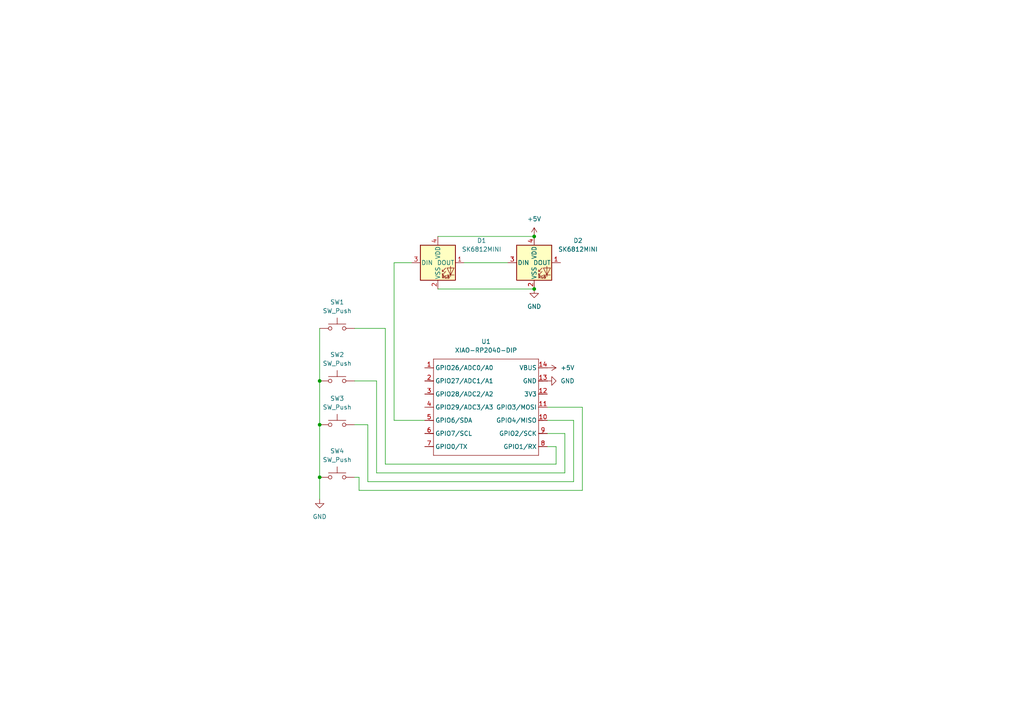
<source format=kicad_sch>
(kicad_sch
	(version 20250114)
	(generator "eeschema")
	(generator_version "9.0")
	(uuid "d7b989e6-2ede-4971-985b-78edada86030")
	(paper "A4")
	(lib_symbols
		(symbol "LED:SK6812MINI"
			(pin_names
				(offset 0.254)
			)
			(exclude_from_sim no)
			(in_bom yes)
			(on_board yes)
			(property "Reference" "D"
				(at 5.08 5.715 0)
				(effects
					(font
						(size 1.27 1.27)
					)
					(justify right bottom)
				)
			)
			(property "Value" "SK6812MINI"
				(at 1.27 -5.715 0)
				(effects
					(font
						(size 1.27 1.27)
					)
					(justify left top)
				)
			)
			(property "Footprint" "LED_SMD:LED_SK6812MINI_PLCC4_3.5x3.5mm_P1.75mm"
				(at 1.27 -7.62 0)
				(effects
					(font
						(size 1.27 1.27)
					)
					(justify left top)
					(hide yes)
				)
			)
			(property "Datasheet" "https://cdn-shop.adafruit.com/product-files/2686/SK6812MINI_REV.01-1-2.pdf"
				(at 2.54 -9.525 0)
				(effects
					(font
						(size 1.27 1.27)
					)
					(justify left top)
					(hide yes)
				)
			)
			(property "Description" "RGB LED with integrated controller"
				(at 0 0 0)
				(effects
					(font
						(size 1.27 1.27)
					)
					(hide yes)
				)
			)
			(property "ki_keywords" "RGB LED NeoPixel Mini addressable"
				(at 0 0 0)
				(effects
					(font
						(size 1.27 1.27)
					)
					(hide yes)
				)
			)
			(property "ki_fp_filters" "LED*SK6812MINI*PLCC*3.5x3.5mm*P1.75mm*"
				(at 0 0 0)
				(effects
					(font
						(size 1.27 1.27)
					)
					(hide yes)
				)
			)
			(symbol "SK6812MINI_0_0"
				(text "RGB"
					(at 2.286 -4.191 0)
					(effects
						(font
							(size 0.762 0.762)
						)
					)
				)
			)
			(symbol "SK6812MINI_0_1"
				(polyline
					(pts
						(xy 1.27 -2.54) (xy 1.778 -2.54)
					)
					(stroke
						(width 0)
						(type default)
					)
					(fill
						(type none)
					)
				)
				(polyline
					(pts
						(xy 1.27 -3.556) (xy 1.778 -3.556)
					)
					(stroke
						(width 0)
						(type default)
					)
					(fill
						(type none)
					)
				)
				(polyline
					(pts
						(xy 2.286 -1.524) (xy 1.27 -2.54) (xy 1.27 -2.032)
					)
					(stroke
						(width 0)
						(type default)
					)
					(fill
						(type none)
					)
				)
				(polyline
					(pts
						(xy 2.286 -2.54) (xy 1.27 -3.556) (xy 1.27 -3.048)
					)
					(stroke
						(width 0)
						(type default)
					)
					(fill
						(type none)
					)
				)
				(polyline
					(pts
						(xy 3.683 -1.016) (xy 3.683 -3.556) (xy 3.683 -4.064)
					)
					(stroke
						(width 0)
						(type default)
					)
					(fill
						(type none)
					)
				)
				(polyline
					(pts
						(xy 4.699 -1.524) (xy 2.667 -1.524) (xy 3.683 -3.556) (xy 4.699 -1.524)
					)
					(stroke
						(width 0)
						(type default)
					)
					(fill
						(type none)
					)
				)
				(polyline
					(pts
						(xy 4.699 -3.556) (xy 2.667 -3.556)
					)
					(stroke
						(width 0)
						(type default)
					)
					(fill
						(type none)
					)
				)
				(rectangle
					(start 5.08 5.08)
					(end -5.08 -5.08)
					(stroke
						(width 0.254)
						(type default)
					)
					(fill
						(type background)
					)
				)
			)
			(symbol "SK6812MINI_1_1"
				(pin input line
					(at -7.62 0 0)
					(length 2.54)
					(name "DIN"
						(effects
							(font
								(size 1.27 1.27)
							)
						)
					)
					(number "3"
						(effects
							(font
								(size 1.27 1.27)
							)
						)
					)
				)
				(pin power_in line
					(at 0 7.62 270)
					(length 2.54)
					(name "VDD"
						(effects
							(font
								(size 1.27 1.27)
							)
						)
					)
					(number "4"
						(effects
							(font
								(size 1.27 1.27)
							)
						)
					)
				)
				(pin power_in line
					(at 0 -7.62 90)
					(length 2.54)
					(name "VSS"
						(effects
							(font
								(size 1.27 1.27)
							)
						)
					)
					(number "2"
						(effects
							(font
								(size 1.27 1.27)
							)
						)
					)
				)
				(pin output line
					(at 7.62 0 180)
					(length 2.54)
					(name "DOUT"
						(effects
							(font
								(size 1.27 1.27)
							)
						)
					)
					(number "1"
						(effects
							(font
								(size 1.27 1.27)
							)
						)
					)
				)
			)
			(embedded_fonts no)
		)
		(symbol "OPL:XIAO-RP2040-DIP"
			(exclude_from_sim no)
			(in_bom yes)
			(on_board yes)
			(property "Reference" "U"
				(at 0 0 0)
				(effects
					(font
						(size 1.27 1.27)
					)
				)
			)
			(property "Value" "XIAO-RP2040-DIP"
				(at 5.334 -1.778 0)
				(effects
					(font
						(size 1.27 1.27)
					)
				)
			)
			(property "Footprint" "Module:MOUDLE14P-XIAO-DIP-SMD"
				(at 14.478 -32.258 0)
				(effects
					(font
						(size 1.27 1.27)
					)
					(hide yes)
				)
			)
			(property "Datasheet" ""
				(at 0 0 0)
				(effects
					(font
						(size 1.27 1.27)
					)
					(hide yes)
				)
			)
			(property "Description" ""
				(at 0 0 0)
				(effects
					(font
						(size 1.27 1.27)
					)
					(hide yes)
				)
			)
			(symbol "XIAO-RP2040-DIP_1_0"
				(polyline
					(pts
						(xy -1.27 -2.54) (xy 29.21 -2.54)
					)
					(stroke
						(width 0.1524)
						(type solid)
					)
					(fill
						(type none)
					)
				)
				(polyline
					(pts
						(xy -1.27 -5.08) (xy -2.54 -5.08)
					)
					(stroke
						(width 0.1524)
						(type solid)
					)
					(fill
						(type none)
					)
				)
				(polyline
					(pts
						(xy -1.27 -5.08) (xy -1.27 -2.54)
					)
					(stroke
						(width 0.1524)
						(type solid)
					)
					(fill
						(type none)
					)
				)
				(polyline
					(pts
						(xy -1.27 -8.89) (xy -2.54 -8.89)
					)
					(stroke
						(width 0.1524)
						(type solid)
					)
					(fill
						(type none)
					)
				)
				(polyline
					(pts
						(xy -1.27 -8.89) (xy -1.27 -5.08)
					)
					(stroke
						(width 0.1524)
						(type solid)
					)
					(fill
						(type none)
					)
				)
				(polyline
					(pts
						(xy -1.27 -12.7) (xy -2.54 -12.7)
					)
					(stroke
						(width 0.1524)
						(type solid)
					)
					(fill
						(type none)
					)
				)
				(polyline
					(pts
						(xy -1.27 -12.7) (xy -1.27 -8.89)
					)
					(stroke
						(width 0.1524)
						(type solid)
					)
					(fill
						(type none)
					)
				)
				(polyline
					(pts
						(xy -1.27 -16.51) (xy -2.54 -16.51)
					)
					(stroke
						(width 0.1524)
						(type solid)
					)
					(fill
						(type none)
					)
				)
				(polyline
					(pts
						(xy -1.27 -16.51) (xy -1.27 -12.7)
					)
					(stroke
						(width 0.1524)
						(type solid)
					)
					(fill
						(type none)
					)
				)
				(polyline
					(pts
						(xy -1.27 -20.32) (xy -2.54 -20.32)
					)
					(stroke
						(width 0.1524)
						(type solid)
					)
					(fill
						(type none)
					)
				)
				(polyline
					(pts
						(xy -1.27 -24.13) (xy -2.54 -24.13)
					)
					(stroke
						(width 0.1524)
						(type solid)
					)
					(fill
						(type none)
					)
				)
				(polyline
					(pts
						(xy -1.27 -27.94) (xy -2.54 -27.94)
					)
					(stroke
						(width 0.1524)
						(type solid)
					)
					(fill
						(type none)
					)
				)
				(polyline
					(pts
						(xy -1.27 -30.48) (xy -1.27 -16.51)
					)
					(stroke
						(width 0.1524)
						(type solid)
					)
					(fill
						(type none)
					)
				)
				(polyline
					(pts
						(xy 29.21 -2.54) (xy 29.21 -5.08)
					)
					(stroke
						(width 0.1524)
						(type solid)
					)
					(fill
						(type none)
					)
				)
				(polyline
					(pts
						(xy 29.21 -5.08) (xy 29.21 -8.89)
					)
					(stroke
						(width 0.1524)
						(type solid)
					)
					(fill
						(type none)
					)
				)
				(polyline
					(pts
						(xy 29.21 -8.89) (xy 29.21 -12.7)
					)
					(stroke
						(width 0.1524)
						(type solid)
					)
					(fill
						(type none)
					)
				)
				(polyline
					(pts
						(xy 29.21 -12.7) (xy 29.21 -30.48)
					)
					(stroke
						(width 0.1524)
						(type solid)
					)
					(fill
						(type none)
					)
				)
				(polyline
					(pts
						(xy 29.21 -30.48) (xy -1.27 -30.48)
					)
					(stroke
						(width 0.1524)
						(type solid)
					)
					(fill
						(type none)
					)
				)
				(polyline
					(pts
						(xy 30.48 -5.08) (xy 29.21 -5.08)
					)
					(stroke
						(width 0.1524)
						(type solid)
					)
					(fill
						(type none)
					)
				)
				(polyline
					(pts
						(xy 30.48 -8.89) (xy 29.21 -8.89)
					)
					(stroke
						(width 0.1524)
						(type solid)
					)
					(fill
						(type none)
					)
				)
				(polyline
					(pts
						(xy 30.48 -12.7) (xy 29.21 -12.7)
					)
					(stroke
						(width 0.1524)
						(type solid)
					)
					(fill
						(type none)
					)
				)
				(polyline
					(pts
						(xy 30.48 -16.51) (xy 29.21 -16.51)
					)
					(stroke
						(width 0.1524)
						(type solid)
					)
					(fill
						(type none)
					)
				)
				(polyline
					(pts
						(xy 30.48 -20.32) (xy 29.21 -20.32)
					)
					(stroke
						(width 0.1524)
						(type solid)
					)
					(fill
						(type none)
					)
				)
				(polyline
					(pts
						(xy 30.48 -24.13) (xy 29.21 -24.13)
					)
					(stroke
						(width 0.1524)
						(type solid)
					)
					(fill
						(type none)
					)
				)
				(polyline
					(pts
						(xy 30.48 -27.94) (xy 29.21 -27.94)
					)
					(stroke
						(width 0.1524)
						(type solid)
					)
					(fill
						(type none)
					)
				)
				(pin passive line
					(at -3.81 -5.08 0)
					(length 2.54)
					(name "GPIO26/ADC0/A0"
						(effects
							(font
								(size 1.27 1.27)
							)
						)
					)
					(number "1"
						(effects
							(font
								(size 1.27 1.27)
							)
						)
					)
				)
				(pin passive line
					(at -3.81 -8.89 0)
					(length 2.54)
					(name "GPIO27/ADC1/A1"
						(effects
							(font
								(size 1.27 1.27)
							)
						)
					)
					(number "2"
						(effects
							(font
								(size 1.27 1.27)
							)
						)
					)
				)
				(pin passive line
					(at -3.81 -12.7 0)
					(length 2.54)
					(name "GPIO28/ADC2/A2"
						(effects
							(font
								(size 1.27 1.27)
							)
						)
					)
					(number "3"
						(effects
							(font
								(size 1.27 1.27)
							)
						)
					)
				)
				(pin passive line
					(at -3.81 -16.51 0)
					(length 2.54)
					(name "GPIO29/ADC3/A3"
						(effects
							(font
								(size 1.27 1.27)
							)
						)
					)
					(number "4"
						(effects
							(font
								(size 1.27 1.27)
							)
						)
					)
				)
				(pin passive line
					(at -3.81 -20.32 0)
					(length 2.54)
					(name "GPIO6/SDA"
						(effects
							(font
								(size 1.27 1.27)
							)
						)
					)
					(number "5"
						(effects
							(font
								(size 1.27 1.27)
							)
						)
					)
				)
				(pin passive line
					(at -3.81 -24.13 0)
					(length 2.54)
					(name "GPIO7/SCL"
						(effects
							(font
								(size 1.27 1.27)
							)
						)
					)
					(number "6"
						(effects
							(font
								(size 1.27 1.27)
							)
						)
					)
				)
				(pin passive line
					(at -3.81 -27.94 0)
					(length 2.54)
					(name "GPIO0/TX"
						(effects
							(font
								(size 1.27 1.27)
							)
						)
					)
					(number "7"
						(effects
							(font
								(size 1.27 1.27)
							)
						)
					)
				)
				(pin passive line
					(at 31.75 -5.08 180)
					(length 2.54)
					(name "VBUS"
						(effects
							(font
								(size 1.27 1.27)
							)
						)
					)
					(number "14"
						(effects
							(font
								(size 1.27 1.27)
							)
						)
					)
				)
				(pin passive line
					(at 31.75 -8.89 180)
					(length 2.54)
					(name "GND"
						(effects
							(font
								(size 1.27 1.27)
							)
						)
					)
					(number "13"
						(effects
							(font
								(size 1.27 1.27)
							)
						)
					)
				)
				(pin passive line
					(at 31.75 -12.7 180)
					(length 2.54)
					(name "3V3"
						(effects
							(font
								(size 1.27 1.27)
							)
						)
					)
					(number "12"
						(effects
							(font
								(size 1.27 1.27)
							)
						)
					)
				)
				(pin passive line
					(at 31.75 -16.51 180)
					(length 2.54)
					(name "GPIO3/MOSI"
						(effects
							(font
								(size 1.27 1.27)
							)
						)
					)
					(number "11"
						(effects
							(font
								(size 1.27 1.27)
							)
						)
					)
				)
				(pin passive line
					(at 31.75 -20.32 180)
					(length 2.54)
					(name "GPIO4/MISO"
						(effects
							(font
								(size 1.27 1.27)
							)
						)
					)
					(number "10"
						(effects
							(font
								(size 1.27 1.27)
							)
						)
					)
				)
				(pin passive line
					(at 31.75 -24.13 180)
					(length 2.54)
					(name "GPIO2/SCK"
						(effects
							(font
								(size 1.27 1.27)
							)
						)
					)
					(number "9"
						(effects
							(font
								(size 1.27 1.27)
							)
						)
					)
				)
				(pin passive line
					(at 31.75 -27.94 180)
					(length 2.54)
					(name "GPIO1/RX"
						(effects
							(font
								(size 1.27 1.27)
							)
						)
					)
					(number "8"
						(effects
							(font
								(size 1.27 1.27)
							)
						)
					)
				)
			)
			(embedded_fonts no)
		)
		(symbol "Switch:SW_Push"
			(pin_numbers
				(hide yes)
			)
			(pin_names
				(offset 1.016)
				(hide yes)
			)
			(exclude_from_sim no)
			(in_bom yes)
			(on_board yes)
			(property "Reference" "SW"
				(at 1.27 2.54 0)
				(effects
					(font
						(size 1.27 1.27)
					)
					(justify left)
				)
			)
			(property "Value" "SW_Push"
				(at 0 -1.524 0)
				(effects
					(font
						(size 1.27 1.27)
					)
				)
			)
			(property "Footprint" ""
				(at 0 5.08 0)
				(effects
					(font
						(size 1.27 1.27)
					)
					(hide yes)
				)
			)
			(property "Datasheet" "~"
				(at 0 5.08 0)
				(effects
					(font
						(size 1.27 1.27)
					)
					(hide yes)
				)
			)
			(property "Description" "Push button switch, generic, two pins"
				(at 0 0 0)
				(effects
					(font
						(size 1.27 1.27)
					)
					(hide yes)
				)
			)
			(property "ki_keywords" "switch normally-open pushbutton push-button"
				(at 0 0 0)
				(effects
					(font
						(size 1.27 1.27)
					)
					(hide yes)
				)
			)
			(symbol "SW_Push_0_1"
				(circle
					(center -2.032 0)
					(radius 0.508)
					(stroke
						(width 0)
						(type default)
					)
					(fill
						(type none)
					)
				)
				(polyline
					(pts
						(xy 0 1.27) (xy 0 3.048)
					)
					(stroke
						(width 0)
						(type default)
					)
					(fill
						(type none)
					)
				)
				(circle
					(center 2.032 0)
					(radius 0.508)
					(stroke
						(width 0)
						(type default)
					)
					(fill
						(type none)
					)
				)
				(polyline
					(pts
						(xy 2.54 1.27) (xy -2.54 1.27)
					)
					(stroke
						(width 0)
						(type default)
					)
					(fill
						(type none)
					)
				)
				(pin passive line
					(at -5.08 0 0)
					(length 2.54)
					(name "1"
						(effects
							(font
								(size 1.27 1.27)
							)
						)
					)
					(number "1"
						(effects
							(font
								(size 1.27 1.27)
							)
						)
					)
				)
				(pin passive line
					(at 5.08 0 180)
					(length 2.54)
					(name "2"
						(effects
							(font
								(size 1.27 1.27)
							)
						)
					)
					(number "2"
						(effects
							(font
								(size 1.27 1.27)
							)
						)
					)
				)
			)
			(embedded_fonts no)
		)
		(symbol "power:+5V"
			(power)
			(pin_numbers
				(hide yes)
			)
			(pin_names
				(offset 0)
				(hide yes)
			)
			(exclude_from_sim no)
			(in_bom yes)
			(on_board yes)
			(property "Reference" "#PWR"
				(at 0 -3.81 0)
				(effects
					(font
						(size 1.27 1.27)
					)
					(hide yes)
				)
			)
			(property "Value" "+5V"
				(at 0 3.556 0)
				(effects
					(font
						(size 1.27 1.27)
					)
				)
			)
			(property "Footprint" ""
				(at 0 0 0)
				(effects
					(font
						(size 1.27 1.27)
					)
					(hide yes)
				)
			)
			(property "Datasheet" ""
				(at 0 0 0)
				(effects
					(font
						(size 1.27 1.27)
					)
					(hide yes)
				)
			)
			(property "Description" "Power symbol creates a global label with name \"+5V\""
				(at 0 0 0)
				(effects
					(font
						(size 1.27 1.27)
					)
					(hide yes)
				)
			)
			(property "ki_keywords" "global power"
				(at 0 0 0)
				(effects
					(font
						(size 1.27 1.27)
					)
					(hide yes)
				)
			)
			(symbol "+5V_0_1"
				(polyline
					(pts
						(xy -0.762 1.27) (xy 0 2.54)
					)
					(stroke
						(width 0)
						(type default)
					)
					(fill
						(type none)
					)
				)
				(polyline
					(pts
						(xy 0 2.54) (xy 0.762 1.27)
					)
					(stroke
						(width 0)
						(type default)
					)
					(fill
						(type none)
					)
				)
				(polyline
					(pts
						(xy 0 0) (xy 0 2.54)
					)
					(stroke
						(width 0)
						(type default)
					)
					(fill
						(type none)
					)
				)
			)
			(symbol "+5V_1_1"
				(pin power_in line
					(at 0 0 90)
					(length 0)
					(name "~"
						(effects
							(font
								(size 1.27 1.27)
							)
						)
					)
					(number "1"
						(effects
							(font
								(size 1.27 1.27)
							)
						)
					)
				)
			)
			(embedded_fonts no)
		)
		(symbol "power:GND"
			(power)
			(pin_numbers
				(hide yes)
			)
			(pin_names
				(offset 0)
				(hide yes)
			)
			(exclude_from_sim no)
			(in_bom yes)
			(on_board yes)
			(property "Reference" "#PWR"
				(at 0 -6.35 0)
				(effects
					(font
						(size 1.27 1.27)
					)
					(hide yes)
				)
			)
			(property "Value" "GND"
				(at 0 -3.81 0)
				(effects
					(font
						(size 1.27 1.27)
					)
				)
			)
			(property "Footprint" ""
				(at 0 0 0)
				(effects
					(font
						(size 1.27 1.27)
					)
					(hide yes)
				)
			)
			(property "Datasheet" ""
				(at 0 0 0)
				(effects
					(font
						(size 1.27 1.27)
					)
					(hide yes)
				)
			)
			(property "Description" "Power symbol creates a global label with name \"GND\" , ground"
				(at 0 0 0)
				(effects
					(font
						(size 1.27 1.27)
					)
					(hide yes)
				)
			)
			(property "ki_keywords" "global power"
				(at 0 0 0)
				(effects
					(font
						(size 1.27 1.27)
					)
					(hide yes)
				)
			)
			(symbol "GND_0_1"
				(polyline
					(pts
						(xy 0 0) (xy 0 -1.27) (xy 1.27 -1.27) (xy 0 -2.54) (xy -1.27 -1.27) (xy 0 -1.27)
					)
					(stroke
						(width 0)
						(type default)
					)
					(fill
						(type none)
					)
				)
			)
			(symbol "GND_1_1"
				(pin power_in line
					(at 0 0 270)
					(length 0)
					(name "~"
						(effects
							(font
								(size 1.27 1.27)
							)
						)
					)
					(number "1"
						(effects
							(font
								(size 1.27 1.27)
							)
						)
					)
				)
			)
			(embedded_fonts no)
		)
	)
	(junction
		(at 154.94 68.58)
		(diameter 0)
		(color 0 0 0 0)
		(uuid "4cf13faa-5094-4c4a-8da8-c063e04a29ae")
	)
	(junction
		(at 92.71 123.19)
		(diameter 0)
		(color 0 0 0 0)
		(uuid "5e3f3a67-c0c9-4122-b908-83e687c8bc33")
	)
	(junction
		(at 154.94 83.82)
		(diameter 0)
		(color 0 0 0 0)
		(uuid "68089f06-a963-4bcf-80ad-f5e0716374d0")
	)
	(junction
		(at 92.71 138.43)
		(diameter 0)
		(color 0 0 0 0)
		(uuid "7e7dcc59-8897-4937-8153-10a87f1ce216")
	)
	(junction
		(at 92.71 110.49)
		(diameter 0)
		(color 0 0 0 0)
		(uuid "ee28742e-5f89-4509-9d70-f0384b9b796a")
	)
	(wire
		(pts
			(xy 109.22 110.49) (xy 109.22 137.16)
		)
		(stroke
			(width 0)
			(type default)
		)
		(uuid "02f5d1ec-d6ae-4788-b05b-94329f7a2991")
	)
	(wire
		(pts
			(xy 163.83 125.73) (xy 158.75 125.73)
		)
		(stroke
			(width 0)
			(type default)
		)
		(uuid "055c4b65-ee5f-4fe4-beee-465202cc430c")
	)
	(wire
		(pts
			(xy 104.14 138.43) (xy 104.14 142.24)
		)
		(stroke
			(width 0)
			(type default)
		)
		(uuid "163ca2eb-b6a8-458c-a34a-f96db2d7ec34")
	)
	(wire
		(pts
			(xy 158.75 118.11) (xy 168.91 118.11)
		)
		(stroke
			(width 0)
			(type default)
		)
		(uuid "237a1a1d-9a14-43f9-9736-dfbe10065683")
	)
	(wire
		(pts
			(xy 106.68 123.19) (xy 106.68 139.7)
		)
		(stroke
			(width 0)
			(type default)
		)
		(uuid "247069fa-8277-43c0-a6fd-5295d715708f")
	)
	(wire
		(pts
			(xy 92.71 95.25) (xy 92.71 110.49)
		)
		(stroke
			(width 0)
			(type default)
		)
		(uuid "41a3c0b6-f209-48b4-8f60-484007f54aed")
	)
	(wire
		(pts
			(xy 102.87 95.25) (xy 111.76 95.25)
		)
		(stroke
			(width 0)
			(type default)
		)
		(uuid "5724c087-b42c-402b-8623-3fb8f87aee96")
	)
	(wire
		(pts
			(xy 102.87 123.19) (xy 106.68 123.19)
		)
		(stroke
			(width 0)
			(type default)
		)
		(uuid "751ebcc6-a8b9-4ac6-a897-3f60231938c8")
	)
	(wire
		(pts
			(xy 92.71 138.43) (xy 92.71 144.78)
		)
		(stroke
			(width 0)
			(type default)
		)
		(uuid "7a20d268-33fb-42f3-8085-4a4442f0d6ef")
	)
	(wire
		(pts
			(xy 102.87 138.43) (xy 104.14 138.43)
		)
		(stroke
			(width 0)
			(type default)
		)
		(uuid "7ccda98e-6cd1-4c08-8e3c-66c230e68170")
	)
	(wire
		(pts
			(xy 92.71 110.49) (xy 92.71 123.19)
		)
		(stroke
			(width 0)
			(type default)
		)
		(uuid "80189d22-6da5-4ea7-9776-3ad67d4054fb")
	)
	(wire
		(pts
			(xy 111.76 134.62) (xy 161.29 134.62)
		)
		(stroke
			(width 0)
			(type default)
		)
		(uuid "84441d82-38c8-497b-b3dd-0bd1e9d5aa6a")
	)
	(wire
		(pts
			(xy 111.76 95.25) (xy 111.76 134.62)
		)
		(stroke
			(width 0)
			(type default)
		)
		(uuid "84c83c4d-a7fb-4fdc-83ce-06229e9f6483")
	)
	(wire
		(pts
			(xy 92.71 123.19) (xy 92.71 138.43)
		)
		(stroke
			(width 0)
			(type default)
		)
		(uuid "8840c7f8-4d5a-4d47-bcda-2cc3d7b325e1")
	)
	(wire
		(pts
			(xy 102.87 110.49) (xy 109.22 110.49)
		)
		(stroke
			(width 0)
			(type default)
		)
		(uuid "9149f8e2-4b16-4ca2-af47-06195e964023")
	)
	(wire
		(pts
			(xy 106.68 139.7) (xy 166.37 139.7)
		)
		(stroke
			(width 0)
			(type default)
		)
		(uuid "a1499eb3-e631-4a32-b9e0-f660b9db38d2")
	)
	(wire
		(pts
			(xy 123.19 121.92) (xy 114.3 121.92)
		)
		(stroke
			(width 0)
			(type default)
		)
		(uuid "a3d92e21-7c58-42c2-9309-a84aba42fe3b")
	)
	(wire
		(pts
			(xy 114.3 121.92) (xy 114.3 76.2)
		)
		(stroke
			(width 0)
			(type default)
		)
		(uuid "afa29bbe-c4fc-4dfb-a779-6c29846493d8")
	)
	(wire
		(pts
			(xy 104.14 142.24) (xy 168.91 142.24)
		)
		(stroke
			(width 0)
			(type default)
		)
		(uuid "b317a725-a9a3-437e-a32d-e05d919a605c")
	)
	(wire
		(pts
			(xy 127 83.82) (xy 154.94 83.82)
		)
		(stroke
			(width 0)
			(type default)
		)
		(uuid "b73b5fc9-c4f0-45fa-b906-bf7b8479634f")
	)
	(wire
		(pts
			(xy 134.62 76.2) (xy 147.32 76.2)
		)
		(stroke
			(width 0)
			(type default)
		)
		(uuid "bfbce6bf-2fab-49e3-8f42-20a3d0c8aa9c")
	)
	(wire
		(pts
			(xy 161.29 129.54) (xy 158.75 129.54)
		)
		(stroke
			(width 0)
			(type default)
		)
		(uuid "c0533d7d-c8ca-45c0-be0b-b2eaf7044f37")
	)
	(wire
		(pts
			(xy 166.37 121.92) (xy 158.75 121.92)
		)
		(stroke
			(width 0)
			(type default)
		)
		(uuid "c12c3451-f62e-4990-ac85-f7fbd27e83b8")
	)
	(wire
		(pts
			(xy 166.37 139.7) (xy 166.37 121.92)
		)
		(stroke
			(width 0)
			(type default)
		)
		(uuid "c6f6bfe2-0a1e-455e-bf44-df561f5c70e6")
	)
	(wire
		(pts
			(xy 163.83 137.16) (xy 163.83 125.73)
		)
		(stroke
			(width 0)
			(type default)
		)
		(uuid "ca6c8fd8-e255-47d0-988a-718d2427956c")
	)
	(wire
		(pts
			(xy 127 68.58) (xy 154.94 68.58)
		)
		(stroke
			(width 0)
			(type default)
		)
		(uuid "d485b5f8-144d-4dc1-ae3e-2e5235cb1380")
	)
	(wire
		(pts
			(xy 168.91 142.24) (xy 168.91 118.11)
		)
		(stroke
			(width 0)
			(type default)
		)
		(uuid "dc064591-37b0-4c1f-9c10-4bd5b4e14b0b")
	)
	(wire
		(pts
			(xy 114.3 76.2) (xy 119.38 76.2)
		)
		(stroke
			(width 0)
			(type default)
		)
		(uuid "dd0c0f96-44ad-4977-9b5f-8d5bec54adf8")
	)
	(wire
		(pts
			(xy 109.22 137.16) (xy 163.83 137.16)
		)
		(stroke
			(width 0)
			(type default)
		)
		(uuid "e51f9703-3e7a-4646-90fd-4704811f7685")
	)
	(wire
		(pts
			(xy 161.29 134.62) (xy 161.29 129.54)
		)
		(stroke
			(width 0)
			(type default)
		)
		(uuid "fa7b0fff-41e9-4c2b-88a7-6d4884ca5c37")
	)
	(symbol
		(lib_id "Switch:SW_Push")
		(at 97.79 138.43 0)
		(unit 1)
		(exclude_from_sim no)
		(in_bom yes)
		(on_board yes)
		(dnp no)
		(fields_autoplaced yes)
		(uuid "0b1a0482-74d4-4db8-ad8a-b80f53b82436")
		(property "Reference" "SW4"
			(at 97.79 130.81 0)
			(effects
				(font
					(size 1.27 1.27)
				)
			)
		)
		(property "Value" "SW_Push"
			(at 97.79 133.35 0)
			(effects
				(font
					(size 1.27 1.27)
				)
			)
		)
		(property "Footprint" "Button_Switch_Keyboard:SW_Cherry_MX_1.00u_PCB"
			(at 97.79 133.35 0)
			(effects
				(font
					(size 1.27 1.27)
				)
				(hide yes)
			)
		)
		(property "Datasheet" "~"
			(at 97.79 133.35 0)
			(effects
				(font
					(size 1.27 1.27)
				)
				(hide yes)
			)
		)
		(property "Description" "Push button switch, generic, two pins"
			(at 97.79 138.43 0)
			(effects
				(font
					(size 1.27 1.27)
				)
				(hide yes)
			)
		)
		(pin "2"
			(uuid "2c05c57b-603d-4896-a697-45192f09e0e6")
		)
		(pin "1"
			(uuid "918b6c47-f51f-4d23-bd7d-599ea9f9e47e")
		)
		(instances
			(project ""
				(path "/d7b989e6-2ede-4971-985b-78edada86030"
					(reference "SW4")
					(unit 1)
				)
			)
		)
	)
	(symbol
		(lib_id "power:+5V")
		(at 154.94 68.58 0)
		(unit 1)
		(exclude_from_sim no)
		(in_bom yes)
		(on_board yes)
		(dnp no)
		(fields_autoplaced yes)
		(uuid "1cdc4c49-18ea-4d3b-b20e-cfbd7f32cbf0")
		(property "Reference" "#PWR04"
			(at 154.94 72.39 0)
			(effects
				(font
					(size 1.27 1.27)
				)
				(hide yes)
			)
		)
		(property "Value" "+5V"
			(at 154.94 63.5 0)
			(effects
				(font
					(size 1.27 1.27)
				)
			)
		)
		(property "Footprint" ""
			(at 154.94 68.58 0)
			(effects
				(font
					(size 1.27 1.27)
				)
				(hide yes)
			)
		)
		(property "Datasheet" ""
			(at 154.94 68.58 0)
			(effects
				(font
					(size 1.27 1.27)
				)
				(hide yes)
			)
		)
		(property "Description" "Power symbol creates a global label with name \"+5V\""
			(at 154.94 68.58 0)
			(effects
				(font
					(size 1.27 1.27)
				)
				(hide yes)
			)
		)
		(pin "1"
			(uuid "0c292c13-6163-4d4f-a01d-b43d3bf68747")
		)
		(instances
			(project ""
				(path "/d7b989e6-2ede-4971-985b-78edada86030"
					(reference "#PWR04")
					(unit 1)
				)
			)
		)
	)
	(symbol
		(lib_id "power:+5V")
		(at 158.75 106.68 270)
		(unit 1)
		(exclude_from_sim no)
		(in_bom yes)
		(on_board yes)
		(dnp no)
		(fields_autoplaced yes)
		(uuid "3f2002ec-2876-4aa2-9da1-8ff8443a9327")
		(property "Reference" "#PWR05"
			(at 154.94 106.68 0)
			(effects
				(font
					(size 1.27 1.27)
				)
				(hide yes)
			)
		)
		(property "Value" "+5V"
			(at 162.56 106.6799 90)
			(effects
				(font
					(size 1.27 1.27)
				)
				(justify left)
			)
		)
		(property "Footprint" ""
			(at 158.75 106.68 0)
			(effects
				(font
					(size 1.27 1.27)
				)
				(hide yes)
			)
		)
		(property "Datasheet" ""
			(at 158.75 106.68 0)
			(effects
				(font
					(size 1.27 1.27)
				)
				(hide yes)
			)
		)
		(property "Description" "Power symbol creates a global label with name \"+5V\""
			(at 158.75 106.68 0)
			(effects
				(font
					(size 1.27 1.27)
				)
				(hide yes)
			)
		)
		(pin "1"
			(uuid "0dbc7224-0325-49ae-8522-ea45c9eef5af")
		)
		(instances
			(project ""
				(path "/d7b989e6-2ede-4971-985b-78edada86030"
					(reference "#PWR05")
					(unit 1)
				)
			)
		)
	)
	(symbol
		(lib_id "power:GND")
		(at 154.94 83.82 0)
		(unit 1)
		(exclude_from_sim no)
		(in_bom yes)
		(on_board yes)
		(dnp no)
		(fields_autoplaced yes)
		(uuid "6b849997-1c2b-4911-9e2b-94e58edade55")
		(property "Reference" "#PWR03"
			(at 154.94 90.17 0)
			(effects
				(font
					(size 1.27 1.27)
				)
				(hide yes)
			)
		)
		(property "Value" "GND"
			(at 154.94 88.9 0)
			(effects
				(font
					(size 1.27 1.27)
				)
			)
		)
		(property "Footprint" ""
			(at 154.94 83.82 0)
			(effects
				(font
					(size 1.27 1.27)
				)
				(hide yes)
			)
		)
		(property "Datasheet" ""
			(at 154.94 83.82 0)
			(effects
				(font
					(size 1.27 1.27)
				)
				(hide yes)
			)
		)
		(property "Description" "Power symbol creates a global label with name \"GND\" , ground"
			(at 154.94 83.82 0)
			(effects
				(font
					(size 1.27 1.27)
				)
				(hide yes)
			)
		)
		(pin "1"
			(uuid "52f83f44-46e5-4e77-821a-aa5fdbb146ad")
		)
		(instances
			(project ""
				(path "/d7b989e6-2ede-4971-985b-78edada86030"
					(reference "#PWR03")
					(unit 1)
				)
			)
		)
	)
	(symbol
		(lib_id "LED:SK6812MINI")
		(at 154.94 76.2 0)
		(unit 1)
		(exclude_from_sim no)
		(in_bom yes)
		(on_board yes)
		(dnp no)
		(fields_autoplaced yes)
		(uuid "784570f9-7ecd-4c02-b89e-14b3e3d68484")
		(property "Reference" "D2"
			(at 167.64 69.7798 0)
			(effects
				(font
					(size 1.27 1.27)
				)
			)
		)
		(property "Value" "SK6812MINI"
			(at 167.64 72.3198 0)
			(effects
				(font
					(size 1.27 1.27)
				)
			)
		)
		(property "Footprint" "LED_SMD:LED_SK6812MINI_PLCC4_3.5x3.5mm_P1.75mm"
			(at 156.21 83.82 0)
			(effects
				(font
					(size 1.27 1.27)
				)
				(justify left top)
				(hide yes)
			)
		)
		(property "Datasheet" "https://cdn-shop.adafruit.com/product-files/2686/SK6812MINI_REV.01-1-2.pdf"
			(at 157.48 85.725 0)
			(effects
				(font
					(size 1.27 1.27)
				)
				(justify left top)
				(hide yes)
			)
		)
		(property "Description" "RGB LED with integrated controller"
			(at 154.94 76.2 0)
			(effects
				(font
					(size 1.27 1.27)
				)
				(hide yes)
			)
		)
		(pin "1"
			(uuid "4677e77f-801c-4507-8527-355611852592")
		)
		(pin "2"
			(uuid "aabf656b-922f-4f72-bc03-a21da70634d2")
		)
		(pin "3"
			(uuid "fb195ff2-f72b-4aec-85fa-7c3347350477")
		)
		(pin "4"
			(uuid "f5525204-628f-4b3f-8f10-0c7783d9dee0")
		)
		(instances
			(project ""
				(path "/d7b989e6-2ede-4971-985b-78edada86030"
					(reference "D2")
					(unit 1)
				)
			)
		)
	)
	(symbol
		(lib_id "LED:SK6812MINI")
		(at 127 76.2 0)
		(unit 1)
		(exclude_from_sim no)
		(in_bom yes)
		(on_board yes)
		(dnp no)
		(fields_autoplaced yes)
		(uuid "97031d61-84b9-417e-bc85-8f44c0522fdd")
		(property "Reference" "D1"
			(at 139.7 69.7798 0)
			(effects
				(font
					(size 1.27 1.27)
				)
			)
		)
		(property "Value" "SK6812MINI"
			(at 139.7 72.3198 0)
			(effects
				(font
					(size 1.27 1.27)
				)
			)
		)
		(property "Footprint" "LED_SMD:LED_SK6812MINI_PLCC4_3.5x3.5mm_P1.75mm"
			(at 128.27 83.82 0)
			(effects
				(font
					(size 1.27 1.27)
				)
				(justify left top)
				(hide yes)
			)
		)
		(property "Datasheet" "https://cdn-shop.adafruit.com/product-files/2686/SK6812MINI_REV.01-1-2.pdf"
			(at 129.54 85.725 0)
			(effects
				(font
					(size 1.27 1.27)
				)
				(justify left top)
				(hide yes)
			)
		)
		(property "Description" "RGB LED with integrated controller"
			(at 127 76.2 0)
			(effects
				(font
					(size 1.27 1.27)
				)
				(hide yes)
			)
		)
		(pin "3"
			(uuid "5fce2dde-c84c-4583-9edf-6ea60e2b0a12")
		)
		(pin "1"
			(uuid "a09776ac-1639-4b77-9a94-a45a628de3af")
		)
		(pin "4"
			(uuid "15c710e0-0c6a-40fc-b2b1-e71a69cdecb1")
		)
		(pin "2"
			(uuid "97bebfce-a9b2-450e-8536-586097c01e59")
		)
		(instances
			(project ""
				(path "/d7b989e6-2ede-4971-985b-78edada86030"
					(reference "D1")
					(unit 1)
				)
			)
		)
	)
	(symbol
		(lib_id "Switch:SW_Push")
		(at 97.79 110.49 0)
		(unit 1)
		(exclude_from_sim no)
		(in_bom yes)
		(on_board yes)
		(dnp no)
		(fields_autoplaced yes)
		(uuid "9d814a06-3a63-4ac9-8496-dc85e258ccb7")
		(property "Reference" "SW2"
			(at 97.79 102.87 0)
			(effects
				(font
					(size 1.27 1.27)
				)
			)
		)
		(property "Value" "SW_Push"
			(at 97.79 105.41 0)
			(effects
				(font
					(size 1.27 1.27)
				)
			)
		)
		(property "Footprint" "Button_Switch_Keyboard:SW_Cherry_MX_1.00u_PCB"
			(at 97.79 105.41 0)
			(effects
				(font
					(size 1.27 1.27)
				)
				(hide yes)
			)
		)
		(property "Datasheet" "~"
			(at 97.79 105.41 0)
			(effects
				(font
					(size 1.27 1.27)
				)
				(hide yes)
			)
		)
		(property "Description" "Push button switch, generic, two pins"
			(at 97.79 110.49 0)
			(effects
				(font
					(size 1.27 1.27)
				)
				(hide yes)
			)
		)
		(pin "1"
			(uuid "1949f3eb-e35d-4349-98c0-0f16b24f2faa")
		)
		(pin "2"
			(uuid "764a70cb-4ab8-4ee6-b910-21793c859b43")
		)
		(instances
			(project ""
				(path "/d7b989e6-2ede-4971-985b-78edada86030"
					(reference "SW2")
					(unit 1)
				)
			)
		)
	)
	(symbol
		(lib_id "power:GND")
		(at 92.71 144.78 0)
		(unit 1)
		(exclude_from_sim no)
		(in_bom yes)
		(on_board yes)
		(dnp no)
		(fields_autoplaced yes)
		(uuid "d3b2dc41-9836-4f25-8bcf-293a627d2435")
		(property "Reference" "#PWR01"
			(at 92.71 151.13 0)
			(effects
				(font
					(size 1.27 1.27)
				)
				(hide yes)
			)
		)
		(property "Value" "GND"
			(at 92.71 149.86 0)
			(effects
				(font
					(size 1.27 1.27)
				)
			)
		)
		(property "Footprint" ""
			(at 92.71 144.78 0)
			(effects
				(font
					(size 1.27 1.27)
				)
				(hide yes)
			)
		)
		(property "Datasheet" ""
			(at 92.71 144.78 0)
			(effects
				(font
					(size 1.27 1.27)
				)
				(hide yes)
			)
		)
		(property "Description" "Power symbol creates a global label with name \"GND\" , ground"
			(at 92.71 144.78 0)
			(effects
				(font
					(size 1.27 1.27)
				)
				(hide yes)
			)
		)
		(pin "1"
			(uuid "51696963-2bfd-459f-9b8a-e8adb151f959")
		)
		(instances
			(project ""
				(path "/d7b989e6-2ede-4971-985b-78edada86030"
					(reference "#PWR01")
					(unit 1)
				)
			)
		)
	)
	(symbol
		(lib_id "Switch:SW_Push")
		(at 97.79 95.25 0)
		(unit 1)
		(exclude_from_sim no)
		(in_bom yes)
		(on_board yes)
		(dnp no)
		(fields_autoplaced yes)
		(uuid "d522eb0f-1bec-4c1d-b110-1fae4acaa510")
		(property "Reference" "SW1"
			(at 97.79 87.63 0)
			(effects
				(font
					(size 1.27 1.27)
				)
			)
		)
		(property "Value" "SW_Push"
			(at 97.79 90.17 0)
			(effects
				(font
					(size 1.27 1.27)
				)
			)
		)
		(property "Footprint" "Button_Switch_Keyboard:SW_Cherry_MX_1.00u_PCB"
			(at 97.79 90.17 0)
			(effects
				(font
					(size 1.27 1.27)
				)
				(hide yes)
			)
		)
		(property "Datasheet" "~"
			(at 97.79 90.17 0)
			(effects
				(font
					(size 1.27 1.27)
				)
				(hide yes)
			)
		)
		(property "Description" "Push button switch, generic, two pins"
			(at 97.79 95.25 0)
			(effects
				(font
					(size 1.27 1.27)
				)
				(hide yes)
			)
		)
		(pin "2"
			(uuid "794c1d53-f372-458a-a77e-bca7ec4f5682")
		)
		(pin "1"
			(uuid "d32d2891-c205-4df0-b9af-5308a56fec95")
		)
		(instances
			(project ""
				(path "/d7b989e6-2ede-4971-985b-78edada86030"
					(reference "SW1")
					(unit 1)
				)
			)
		)
	)
	(symbol
		(lib_id "power:GND")
		(at 158.75 110.49 90)
		(unit 1)
		(exclude_from_sim no)
		(in_bom yes)
		(on_board yes)
		(dnp no)
		(fields_autoplaced yes)
		(uuid "db5e1100-7fee-4bb1-aaa3-c8984dd68d94")
		(property "Reference" "#PWR02"
			(at 165.1 110.49 0)
			(effects
				(font
					(size 1.27 1.27)
				)
				(hide yes)
			)
		)
		(property "Value" "GND"
			(at 162.56 110.4899 90)
			(effects
				(font
					(size 1.27 1.27)
				)
				(justify right)
			)
		)
		(property "Footprint" ""
			(at 158.75 110.49 0)
			(effects
				(font
					(size 1.27 1.27)
				)
				(hide yes)
			)
		)
		(property "Datasheet" ""
			(at 158.75 110.49 0)
			(effects
				(font
					(size 1.27 1.27)
				)
				(hide yes)
			)
		)
		(property "Description" "Power symbol creates a global label with name \"GND\" , ground"
			(at 158.75 110.49 0)
			(effects
				(font
					(size 1.27 1.27)
				)
				(hide yes)
			)
		)
		(pin "1"
			(uuid "f6e034ec-2b29-4880-8ba3-2578d0e2c7f7")
		)
		(instances
			(project ""
				(path "/d7b989e6-2ede-4971-985b-78edada86030"
					(reference "#PWR02")
					(unit 1)
				)
			)
		)
	)
	(symbol
		(lib_id "OPL:XIAO-RP2040-DIP")
		(at 127 101.6 0)
		(unit 1)
		(exclude_from_sim no)
		(in_bom yes)
		(on_board yes)
		(dnp no)
		(fields_autoplaced yes)
		(uuid "dddbf5cb-c9b7-4f39-82e2-bb2ac96a40d6")
		(property "Reference" "U1"
			(at 140.97 99.06 0)
			(effects
				(font
					(size 1.27 1.27)
				)
			)
		)
		(property "Value" "XIAO-RP2040-DIP"
			(at 140.97 101.6 0)
			(effects
				(font
					(size 1.27 1.27)
				)
			)
		)
		(property "Footprint" "XIAO-RP2040-DIP:XIAO-RP2040-DIP"
			(at 141.478 133.858 0)
			(effects
				(font
					(size 1.27 1.27)
				)
				(hide yes)
			)
		)
		(property "Datasheet" ""
			(at 127 101.6 0)
			(effects
				(font
					(size 1.27 1.27)
				)
				(hide yes)
			)
		)
		(property "Description" ""
			(at 127 101.6 0)
			(effects
				(font
					(size 1.27 1.27)
				)
				(hide yes)
			)
		)
		(pin "5"
			(uuid "df208093-101f-45ba-835b-5952edb3faf1")
		)
		(pin "2"
			(uuid "b79d02b2-ea2e-4668-aae7-69ef53adfb82")
		)
		(pin "4"
			(uuid "4bf7a54d-756e-4821-89bb-2f2eda08722f")
		)
		(pin "6"
			(uuid "afcfe11a-ed18-40e6-9a0f-4eec7d67da2f")
		)
		(pin "7"
			(uuid "0dc12d7b-f5ab-447a-bb96-a3470b080b1c")
		)
		(pin "1"
			(uuid "10bb2967-97a1-4037-bccf-996da22d6059")
		)
		(pin "12"
			(uuid "2586f566-2bbc-4af1-a4ed-d7053bbc015b")
		)
		(pin "14"
			(uuid "c3f89709-75d6-4237-bddc-018e14244c75")
		)
		(pin "13"
			(uuid "596166a1-5fb7-4a85-a9cd-9ebfacd82644")
		)
		(pin "11"
			(uuid "365e6631-8d03-4a53-957b-7ea0b43cc5b8")
		)
		(pin "10"
			(uuid "84c2f983-248d-44c1-a504-6d2d594e1cc6")
		)
		(pin "8"
			(uuid "6d70c54f-489a-4cd9-b51c-fc89f6141491")
		)
		(pin "3"
			(uuid "7e4e290b-83ef-4bc3-8953-08d2fa639e4f")
		)
		(pin "9"
			(uuid "2fe402eb-38a5-40d5-a449-0c8c44717dc2")
		)
		(instances
			(project ""
				(path "/d7b989e6-2ede-4971-985b-78edada86030"
					(reference "U1")
					(unit 1)
				)
			)
		)
	)
	(symbol
		(lib_id "Switch:SW_Push")
		(at 97.79 123.19 0)
		(unit 1)
		(exclude_from_sim no)
		(in_bom yes)
		(on_board yes)
		(dnp no)
		(fields_autoplaced yes)
		(uuid "f814dff9-b26d-4915-a6ef-c17660f6310a")
		(property "Reference" "SW3"
			(at 97.79 115.57 0)
			(effects
				(font
					(size 1.27 1.27)
				)
			)
		)
		(property "Value" "SW_Push"
			(at 97.79 118.11 0)
			(effects
				(font
					(size 1.27 1.27)
				)
			)
		)
		(property "Footprint" "Button_Switch_Keyboard:SW_Cherry_MX_1.00u_PCB"
			(at 97.79 118.11 0)
			(effects
				(font
					(size 1.27 1.27)
				)
				(hide yes)
			)
		)
		(property "Datasheet" "~"
			(at 97.79 118.11 0)
			(effects
				(font
					(size 1.27 1.27)
				)
				(hide yes)
			)
		)
		(property "Description" "Push button switch, generic, two pins"
			(at 97.79 123.19 0)
			(effects
				(font
					(size 1.27 1.27)
				)
				(hide yes)
			)
		)
		(pin "1"
			(uuid "ce6085db-2623-4f24-9dc5-f4ee3fb01d18")
		)
		(pin "2"
			(uuid "95326b32-d18d-4d43-b65a-f9f54de45382")
		)
		(instances
			(project ""
				(path "/d7b989e6-2ede-4971-985b-78edada86030"
					(reference "SW3")
					(unit 1)
				)
			)
		)
	)
	(sheet_instances
		(path "/"
			(page "1")
		)
	)
	(embedded_fonts no)
)

</source>
